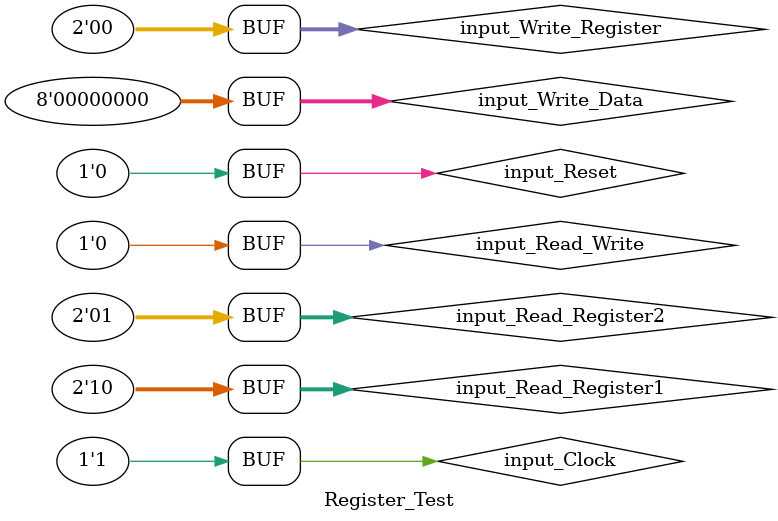
<source format=v>
`timescale 1ns / 1ps


module Register_Test;

	// Inputs
	reg input_Reset;
	reg input_Clock;
	reg input_Read_Write;
	reg [1:0] input_Read_Register1;
	reg [1:0] input_Read_Register2;
	reg [1:0] input_Write_Register;
	reg [7:0] input_Write_Data;

	// Outputs
	wire [7:0] output_Read_Data1;
	wire [7:0] output_Read_Data2;
	wire [7:0] output_Output;

	// Instantiate the Unit Under Test (UUT)
	Register uut (
		.input_Reset(input_Reset), 
		.input_Clock(input_Clock), 
		.input_Read_Write(input_Read_Write), 
		.input_Read_Register1(input_Read_Register1), 
		.input_Read_Register2(input_Read_Register2), 
		.input_Write_Register(input_Write_Register), 
		.input_Write_Data(input_Write_Data), 
		.output_Read_Data1(output_Read_Data1), 
		.output_Read_Data2(output_Read_Data2), 
		.output_Output(output_Output)
	);

	initial begin
		// Initialize Inputs
		input_Reset = 0;
		input_Clock = 0;
		input_Read_Write = 0;
		input_Read_Register1 = 0;
		input_Read_Register2 = 0;
		input_Write_Register = 0;
		input_Write_Data = 0;
		#100;
		
		input_Reset = 1;
		#100;
		
		input_Reset = 0;
		input_Clock = 1;
		input_Read_Write = 1;
		input_Read_Register1 = 0;
		input_Read_Register2 = 0;
		input_Write_Register = 2'b01;
		input_Write_Data = 8'b00110101;
		#100;
		
		input_Reset = 0;
		input_Clock = 0;
		input_Read_Write = 0;
		input_Read_Register1 = 0;
		input_Read_Register2 = 0;
		input_Write_Register = 0;
		input_Write_Data = 0;
		#100;
		
		input_Reset = 0;
		input_Clock = 1;
		input_Read_Write = 1;
		input_Read_Register1 = 0;
		input_Read_Register2 = 0;
		input_Write_Register = 2'b10;
		input_Write_Data = 8'b11110000;
		#100;
		
		input_Reset = 0;
		input_Clock = 0;
		input_Read_Write = 0;
		input_Read_Register1 = 0;
		input_Read_Register2 = 0;
		input_Write_Register = 0;
		input_Write_Data = 0;
		#100;
		
		input_Reset = 0;
		input_Clock = 1;
		input_Read_Write = 0;
		input_Read_Register1 = 10;
		input_Read_Register2 = 01;
		input_Write_Register = 0;
		input_Write_Data = 0;
		#100;

	end
      
endmodule


</source>
